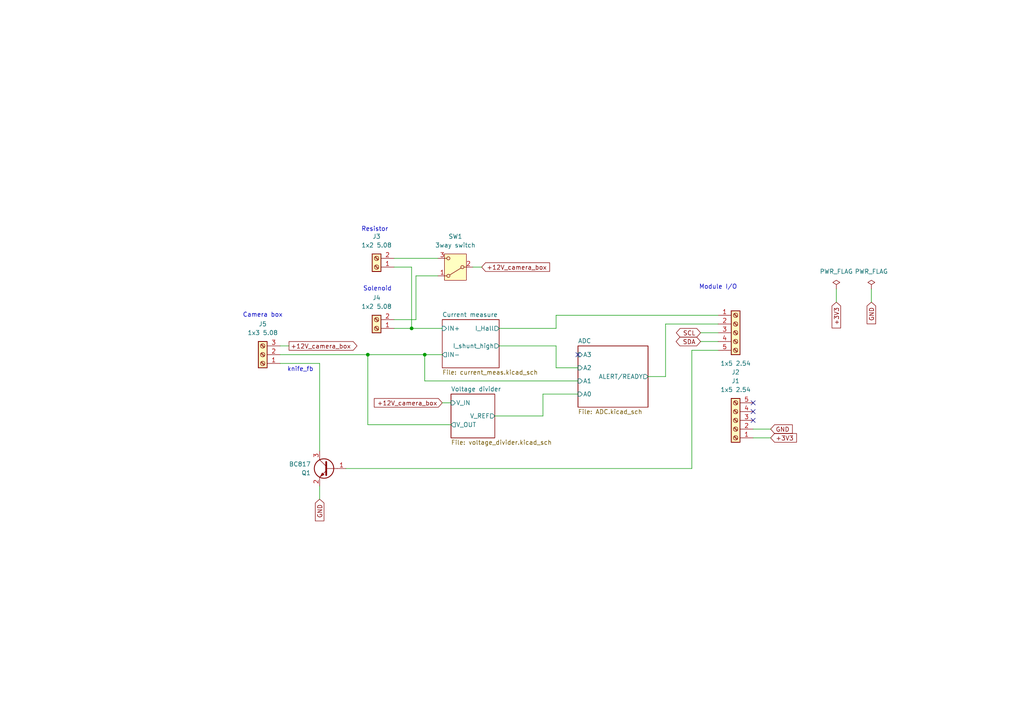
<source format=kicad_sch>
(kicad_sch (version 20250114) (generator "eeschema") (generator_version "9.0")
  (paper "A4")
  (lib_symbols
    (symbol "Connector:Screw_Terminal_01x02" (pin_names (offset 1.016) (hide yes))
      (property "Reference" "J" (at 0 2.54 0))
      (property "Value" "Screw_Terminal_01x02" (at 0 -5.08 0))
      (symbol "Screw_Terminal_01x02_1_1"
        (rectangle (start -1.27 1.27) (end 1.27 -3.81) (stroke (width 0.254)) (fill (type background)))
        (polyline (pts (xy -0.5334 0.3302) (xy 0.3302 -0.508)) (stroke (width 0.1524)))
        (polyline (pts (xy -0.5334 -2.2098) (xy 0.3302 -3.048)) (stroke (width 0.1524)))
        (polyline (pts (xy -0.3556 0.508) (xy 0.508 -0.3302)) (stroke (width 0.1524)))
        (polyline (pts (xy -0.3556 -2.032) (xy 0.508 -2.8702)) (stroke (width 0.1524)))
        (circle (center 0 0) (radius 0.635) (stroke (width 0.1524)))
        (circle (center 0 -2.54) (radius 0.635) (stroke (width 0.1524)))
        (pin passive line (at -5.08 0 0) (length 3.81) (name "Pin_1") (number "1"))
        (pin passive line (at -5.08 -2.54 0) (length 3.81) (name "Pin_2") (number "2"))
      )
    )
    (symbol "Connector:Screw_Terminal_01x03" (pin_names (offset 1.016) (hide yes))
      (property "Reference" "J" (at 0 5.08 0))
      (property "Value" "Screw_Terminal_01x03" (at 0 -5.08 0))
      (symbol "Screw_Terminal_01x03_1_1"
        (rectangle (start -1.27 3.81) (end 1.27 -3.81) (stroke (width 0.254)) (fill (type background)))
        (polyline (pts (xy -0.5334 2.8702) (xy 0.3302 2.032)) (stroke (width 0.1524)))
        (polyline (pts (xy -0.5334 0.3302) (xy 0.3302 -0.508)) (stroke (width 0.1524)))
        (polyline (pts (xy -0.5334 -2.2098) (xy 0.3302 -3.048)) (stroke (width 0.1524)))
        (polyline (pts (xy -0.3556 3.048) (xy 0.508 2.2098)) (stroke (width 0.1524)))
        (polyline (pts (xy -0.3556 0.508) (xy 0.508 -0.3302)) (stroke (width 0.1524)))
        (polyline (pts (xy -0.3556 -2.032) (xy 0.508 -2.8702)) (stroke (width 0.1524)))
        (circle (center 0 2.54) (radius 0.635) (stroke (width 0.1524)))
        (circle (center 0 0) (radius 0.635) (stroke (width 0.1524)))
        (circle (center 0 -2.54) (radius 0.635) (stroke (width 0.1524)))
        (pin passive line (at -5.08 2.54 0) (length 3.81) (name "Pin_1") (number "1"))
        (pin passive line (at -5.08 0 0) (length 3.81) (name "Pin_2") (number "2"))
        (pin passive line (at -5.08 -2.54 0) (length 3.81) (name "Pin_3") (number "3"))
      )
    )
    (symbol "Connector:Screw_Terminal_01x05" (pin_names (offset 1.016) (hide yes))
      (property "Reference" "J" (at 0 7.62 0))
      (property "Value" "Screw_Terminal_01x05" (at 0 -7.62 0))
      (symbol "Screw_Terminal_01x05_1_1"
        (rectangle (start -1.27 6.35) (end 1.27 -6.35) (stroke (width 0.254)) (fill (type background)))
        (polyline (pts (xy -0.5334 5.4102) (xy 0.3302 4.572)) (stroke (width 0.1524)))
        (polyline (pts (xy -0.5334 2.8702) (xy 0.3302 2.032)) (stroke (width 0.1524)))
        (polyline (pts (xy -0.5334 0.3302) (xy 0.3302 -0.508)) (stroke (width 0.1524)))
        (polyline (pts (xy -0.5334 -2.2098) (xy 0.3302 -3.048)) (stroke (width 0.1524)))
        (polyline (pts (xy -0.5334 -4.7498) (xy 0.3302 -5.588)) (stroke (width 0.1524)))
        (polyline (pts (xy -0.3556 5.588) (xy 0.508 4.7498)) (stroke (width 0.1524)))
        (polyline (pts (xy -0.3556 3.048) (xy 0.508 2.2098)) (stroke (width 0.1524)))
        (polyline (pts (xy -0.3556 0.508) (xy 0.508 -0.3302)) (stroke (width 0.1524)))
        (polyline (pts (xy -0.3556 -2.032) (xy 0.508 -2.8702)) (stroke (width 0.1524)))
        (polyline (pts (xy -0.3556 -4.572) (xy 0.508 -5.4102)) (stroke (width 0.1524)))
        (circle (center 0 5.08) (radius 0.635) (stroke (width 0.1524)))
        (circle (center 0 2.54) (radius 0.635) (stroke (width 0.1524)))
        (circle (center 0 0) (radius 0.635) (stroke (width 0.1524)))
        (circle (center 0 -2.54) (radius 0.635) (stroke (width 0.1524)))
        (circle (center 0 -5.08) (radius 0.635) (stroke (width 0.1524)))
        (pin passive line (at -5.08 5.08 0) (length 3.81) (name "Pin_1") (number "1"))
        (pin passive line (at -5.08 2.54 0) (length 3.81) (name "Pin_2") (number "2"))
        (pin passive line (at -5.08 0 0) (length 3.81) (name "Pin_3") (number "3"))
        (pin passive line (at -5.08 -2.54 0) (length 3.81) (name "Pin_4") (number "4"))
        (pin passive line (at -5.08 -5.08 0) (length 3.81) (name "Pin_5") (number "5"))
      )
    )
    (symbol "Switch:SW_SPDT" (pin_names (offset 0) (hide yes))
      (property "Reference" "SW" (at 0 5.08 0))
      (property "Value" "SW_SPDT" (at 0 -5.08 0))
      (symbol "SW_SPDT_0_1"
        (circle (center -2.032 0) (radius 0.4572))
        (polyline (pts (xy -1.651 0.254) (xy 1.651 2.286)))
        (circle (center 2.032 2.54) (radius 0.4572))
        (circle (center 2.032 -2.54) (radius 0.4572))
      )
      (symbol "SW_SPDT_1_1"
        (rectangle (start -3.175 3.81) (end 3.175 -3.81) (fill (type background)))
        (pin passive line (at -5.08 0 0) (length 2.54) (name "B") (number "2"))
        (pin passive line (at 5.08 2.54 180) (length 2.54) (name "A") (number "1"))
        (pin passive line (at 5.08 -2.54 180) (length 2.54) (name "C") (number "3"))
      )
    )
    (symbol "Transistor_BJT:BC817" (pin_names (offset 0) (hide yes))
      (property "Reference" "Q" (at 5.08 1.905 0))
      (property "Value" "BC817" (at 5.08 0 0))
      (symbol "BC817_0_1"
        (polyline (pts (xy -2.54 0) (xy 0.635 0)))
        (polyline (pts (xy 0.635 1.905) (xy 0.635 -1.905)) (stroke (width 0.508)))
        (circle (center 1.27 0) (radius 2.8194) (stroke (width 0.254)))
      )
      (symbol "BC817_1_1"
        (polyline (pts (xy 0.635 0.635) (xy 2.54 2.54)))
        (polyline (pts (xy 0.635 -0.635) (xy 2.54 -2.54)))
        (polyline (pts (xy 1.27 -1.778) (xy 1.778 -1.27) (xy 2.286 -2.286) (xy 1.27 -1.778)) (fill (type outline)))
        (pin input line (at -5.08 0 0) (length 2.54) (name "B") (number "1"))
        (pin passive line (at 2.54 5.08 270) (length 2.54) (name "C") (number "3"))
        (pin passive line (at 2.54 -5.08 90) (length 2.54) (name "E") (number "2"))
      )
    )
    (symbol "power:PWR_FLAG" (power) (pin_numbers (hide yes)) (pin_names (offset 0) (hide yes))
      (property "Value" "PWR_FLAG" (at 0 3.81 0))
      (symbol "PWR_FLAG_0_0"
        (pin power_out line (at 0 0 90) (length 0) (name "~") (number "1"))
      )
      (symbol "PWR_FLAG_0_1"
        (polyline (pts (xy 0 0) (xy 0 1.27) (xy -1.016 1.905) (xy 0 2.54) (xy 1.016 1.905) (xy 0 1.27)))
      )
    )
  )
  (text "Solenoid" (at 109.474 83.82 0) (effects (font (size 1.27 1.27))))
  (text "knife_fb" (at 87.122 107.188 0) (effects (font (size 1.27 1.27))))
  (text "Module I/O" (at 208.28 83.312 0) (effects (font (size 1.27 1.27))))
  (text "Resistor" (at 108.712 66.548 0) (effects (font (size 1.27 1.27))))
  (text "Camera box" (at 76.2 91.44 0) (effects (font (size 1.27 1.27))))
  (junction (at 123.19 102.87))
  (junction (at 106.68 102.87))
  (junction (at 119.38 95.25))
  (no_connect (at 218.44 116.84))
  (no_connect (at 218.44 121.92))
  (no_connect (at 167.64 102.87))
  (no_connect (at 218.44 119.38))
  (wire (pts (xy 123.19 110.49) (xy 167.64 110.49)))
  (wire (pts (xy 137.16 77.47) (xy 139.7 77.47)))
  (wire (pts (xy 81.28 102.87) (xy 106.68 102.87)))
  (wire (pts (xy 193.04 93.98) (xy 193.04 109.22)))
  (wire (pts (xy 130.81 123.19) (xy 106.68 123.19)))
  (wire (pts (xy 161.29 100.33) (xy 161.29 106.68)))
  (wire (pts (xy 167.64 114.3) (xy 157.48 114.3)))
  (wire (pts (xy 200.66 135.89) (xy 200.66 101.6)))
  (wire (pts (xy 218.44 127) (xy 223.52 127)))
  (wire (pts (xy 157.48 120.65) (xy 143.51 120.65)))
  (wire (pts (xy 157.48 114.3) (xy 157.48 120.65)))
  (wire (pts (xy 100.33 135.89) (xy 200.66 135.89)))
  (wire (pts (xy 114.3 95.25) (xy 119.38 95.25)))
  (wire (pts (xy 114.3 77.47) (xy 119.38 77.47)))
  (wire (pts (xy 92.71 140.97) (xy 92.71 144.78)))
  (wire (pts (xy 128.27 116.84) (xy 130.81 116.84)))
  (wire (pts (xy 120.65 92.71) (xy 114.3 92.71)))
  (wire (pts (xy 252.73 83.82) (xy 252.73 87.63)))
  (wire (pts (xy 144.78 100.33) (xy 161.29 100.33)))
  (wire (pts (xy 200.66 101.6) (xy 208.28 101.6)))
  (wire (pts (xy 208.28 99.06) (xy 203.2 99.06)))
  (wire (pts (xy 92.71 130.81) (xy 92.71 105.41)))
  (wire (pts (xy 208.28 96.52) (xy 203.2 96.52)))
  (wire (pts (xy 81.28 100.33) (xy 83.82 100.33)))
  (wire (pts (xy 167.64 106.68) (xy 161.29 106.68)))
  (wire (pts (xy 106.68 102.87) (xy 123.19 102.87)))
  (wire (pts (xy 144.78 95.25) (xy 161.29 95.25)))
  (wire (pts (xy 106.68 102.87) (xy 106.68 123.19)))
  (wire (pts (xy 193.04 93.98) (xy 208.28 93.98)))
  (wire (pts (xy 242.57 83.82) (xy 242.57 87.63)))
  (wire (pts (xy 193.04 109.22) (xy 187.96 109.22)))
  (wire (pts (xy 218.44 124.46) (xy 223.52 124.46)))
  (wire (pts (xy 123.19 102.87) (xy 128.27 102.87)))
  (wire (pts (xy 92.71 105.41) (xy 81.28 105.41)))
  (wire (pts (xy 161.29 91.44) (xy 161.29 95.25)))
  (wire (pts (xy 119.38 95.25) (xy 128.27 95.25)))
  (wire (pts (xy 123.19 110.49) (xy 123.19 102.87)))
  (wire (pts (xy 120.65 80.01) (xy 120.65 92.71)))
  (wire (pts (xy 127 80.01) (xy 120.65 80.01)))
  (wire (pts (xy 208.28 91.44) (xy 161.29 91.44)))
  (wire (pts (xy 114.3 74.93) (xy 127 74.93)))
  (wire (pts (xy 119.38 77.47) (xy 119.38 95.25)))
  (global_label "GND" (shape input) (at 92.71 144.78 270) (property "Intersheetrefs" "${INTERSHEET_REFS}" (effects (hide yes))))
  (global_label "+12V_camera_box" (shape output) (at 83.82 100.33 0) (property "Intersheetrefs" "${INTERSHEET_REFS}" (effects (hide yes))))
  (global_label "+3V3" (shape input) (at 242.57 87.63 270) (property "Intersheetrefs" "${INTERSHEET_REFS}" (effects (hide yes))))
  (global_label "+12V_camera_box" (shape input) (at 128.27 116.84 180) (property "Intersheetrefs" "${INTERSHEET_REFS}" (effects (hide yes))))
  (global_label "GND" (shape input) (at 252.73 87.63 270) (property "Intersheetrefs" "${INTERSHEET_REFS}" (effects (hide yes))))
  (global_label "GND" (shape input) (at 223.52 124.46 0) (property "Intersheetrefs" "${INTERSHEET_REFS}" (effects (hide yes))))
  (global_label "+3V3" (shape input) (at 223.52 127 0) (property "Intersheetrefs" "${INTERSHEET_REFS}" (effects (hide yes))))
  (global_label "SDA" (shape bidirectional) (at 203.2 99.06 180) (property "Intersheetrefs" "${INTERSHEET_REFS}" (effects (hide yes))))
  (global_label "+12V_camera_box" (shape input) (at 139.7 77.47 0) (property "Intersheetrefs" "${INTERSHEET_REFS}" (effects (hide yes))))
  (global_label "SCL" (shape bidirectional) (at 203.2 96.52 180) (property "Intersheetrefs" "${INTERSHEET_REFS}" (effects (hide yes))))
  (symbol (lib_id "power:PWR_FLAG") (at 252.73 83.82 0) (unit 1)
    (property "Reference" "#FLG02" (effects (hide yes)))
    (property "Value" "PWR_FLAG" (at 252.73 78.74 0))
    (property "Description" "Special symbol for telling ERC where power comes from" (effects (hide yes)))
  )
  (symbol (lib_id "Switch:SW_SPDT") (at 132.08 77.47 180) (unit 1)
    (property "Reference" "SW1" (at 132.08 68.58 0))
    (property "Value" "3way switch" (at 132.08 71.12 0))
    (property "Footprint" "Button_Switch_THT:SW_Slide-03_Wuerth-WS-SLTV_10x2.5x6.4_P2.54mm" (effects (hide yes)))
    (property "Description" "Switch, single pole double throw" (effects (hide yes)))
    (property "Manufacturer Part Number" "200AWMSP3T2A1M2QE " (effects (hide yes)))
    (property "Mouser Part Number" "612-200AWMSP3T2A1M2Q " (effects (hide yes)))
  )
  (symbol (lib_id "Connector:Screw_Terminal_01x05") (at 213.36 96.52 0) (unit 1)
    (property "Reference" "J2" (at 213.36 107.95 0))
    (property "Value" "1x5 2.54" (at 213.36 105.41 0))
    (property "Footprint" "Connector_PinHeader_2.54mm:PinHeader_1x05_P2.54mm_Vertical" (effects (hide yes)))
    (property "Description" "Generic screw terminal, single row, 01x05, script generated (kicad-library-utils/schlib/autogen/connector/)" (effects (hide yes)))
    (property "Manufacturer Part Number" "68000-420HLF" (effects (hide yes)))
    (property "Mouser Part Number" "649-68000-420HLF" (effects (hide yes)))
  )
  (symbol (lib_id "Connector:Screw_Terminal_01x03") (at 76.2 102.87 180) (unit 1)
    (property "Reference" "J5" (at 76.2 93.98 0))
    (property "Value" "1x3 5.08" (at 76.2 96.52 0))
    (property "Footprint" "TerminalBlock_MetzConnect:TerminalBlock_MetzConnect_Type101_RT01603HBWC_1x03_P5.08mm_Horizontal" (effects (hide yes)))
    (property "Description" "Generic screw terminal, single row, 01x03, script generated (kicad-library-utils/schlib/autogen/connector/)" (effects (hide yes)))
    (property "Manufacturer Part Number" "TB0012-508-03GR" (effects (hide yes)))
    (property "Mouser Part Number" " 179-TB0012-508-03GR" (effects (hide yes)))
  )
  (symbol (lib_id "Transistor_BJT:BC817") (at 95.25 135.89 0) (mirror y) (unit 1)
    (property "Reference" "Q1" (at 90.17 137.1601 0) (effects (justify left)))
    (property "Value" "BC817" (at 90.17 134.6201 0) (effects (justify left)))
    (property "Footprint" "Package_TO_SOT_SMD:SOT-23" (effects (hide yes)))
    (property "Datasheet" "https://www.onsemi.com/pub/Collateral/BC818-D.pdf" (effects (hide yes)))
    (property "Description" "0.8A Ic, 45V Vce, NPN Transistor, SOT-23" (effects (hide yes)))
    (property "Manufacturer Part Number" "BC817 " (effects (hide yes)))
    (property "Mouser Part Number" "583-BC817 " (effects (hide yes)))
  )
  (symbol (lib_id "Connector:Screw_Terminal_01x02") (at 109.22 77.47 180) (unit 1)
    (property "Reference" "J3" (at 109.22 68.58 0))
    (property "Value" "1x2 5.08" (at 109.22 71.12 0))
    (property "Footprint" "TerminalBlock_MetzConnect:TerminalBlock_MetzConnect_Type101_RT01602HBWC_1x02_P5.08mm_Horizontal" (effects (hide yes)))
    (property "Description" "Generic screw terminal, single row, 01x02, script generated (kicad-library-utils/schlib/autogen/connector/)" (effects (hide yes)))
    (property "Manufacturer Part Number" "TB0012-508-02GR" (effects (hide yes)))
    (property "Mouser Part Number" "179-TB0012-508-02GR" (effects (hide yes)))
  )
  (symbol (lib_id "power:PWR_FLAG") (at 242.57 83.82 0) (unit 1)
    (property "Reference" "#FLG01" (effects (hide yes)))
    (property "Value" "PWR_FLAG" (at 242.57 78.74 0))
    (property "Description" "Special symbol for telling ERC where power comes from" (effects (hide yes)))
  )
  (symbol (lib_id "Connector:Screw_Terminal_01x02") (at 109.22 95.25 180) (unit 1)
    (property "Reference" "J4" (at 109.22 86.36 0))
    (property "Value" "1x2 5.08" (at 109.22 88.9 0))
    (property "Footprint" "TerminalBlock_MetzConnect:TerminalBlock_MetzConnect_Type101_RT01602HBWC_1x02_P5.08mm_Horizontal" (effects (hide yes)))
    (property "Description" "Generic screw terminal, single row, 01x02, script generated (kicad-library-utils/schlib/autogen/connector/)" (effects (hide yes)))
    (property "Manufacturer Part Number" "TB0012-508-02GR" (effects (hide yes)))
    (property "Mouser Part Number" "179-TB0012-508-02GR" (effects (hide yes)))
  )
  (symbol (lib_id "Connector:Screw_Terminal_01x05") (at 213.36 121.92 180) (unit 1)
    (property "Reference" "J1" (at 213.36 110.49 0))
    (property "Value" "1x5 2.54" (at 213.36 113.03 0))
    (property "Footprint" "Connector_PinHeader_2.54mm:PinHeader_1x05_P2.54mm_Vertical" (effects (hide yes)))
    (property "Description" "Generic screw terminal, single row, 01x05, script generated (kicad-library-utils/schlib/autogen/connector/)" (effects (hide yes)))
    (property "Manufacturer Part Number" "68000-420HLF" (effects (hide yes)))
    (property "Mouser Part Number" "649-68000-420HLF" (effects (hide yes)))
  )
  (sheet (at 167.64 100.33) (size 20.32 17.78) (stroke (width 0.1524))
    (property "Sheetname" "ADC" (at 167.64 99.6184 0) (effects (justify left bottom)))
    (property "Sheetfile" "ADC.kicad_sch" (at 167.64 118.6946 0) (effects (justify left top)))
    (pin "A0" input (at 167.64 114.3 180))
    (pin "A1" input (at 167.64 110.49 180))
    (pin "A2" input (at 167.64 106.68 180))
    (pin "A3" input (at 167.64 102.87 180))
    (pin "ALERT{slash}READY" output (at 187.96 109.22 0))
  )
  (sheet (at 130.81 114.3) (size 12.7 12.7) (stroke (width 0.1524))
    (property "Sheetname" "Voltage divider" (at 130.81 113.5884 0) (effects (justify left bottom)))
    (property "Sheetfile" "voltage_divider.kicad_sch" (at 130.81 127.5846 0) (effects (justify left top)))
    (pin "V_IN" input (at 130.81 116.84 180))
    (pin "V_OUT" output (at 130.81 123.19 180))
    (pin "V_REF" output (at 143.51 120.65 0))
  )
  (sheet (at 128.27 92.71) (size 16.51 13.97) (stroke (width 0.1524))
    (property "Sheetname" "Current measure" (at 128.27 91.9984 0) (effects (justify left bottom)))
    (property "Sheetfile" "current_meas.kicad_sch" (at 128.27 107.2646 0) (effects (justify left top)))
    (pin "IN+" input (at 128.27 95.25 180))
    (pin "IN-" output (at 128.27 102.87 180))
    (pin "I_Hall" output (at 144.78 95.25 0))
    (pin "I_shunt_high" output (at 144.78 100.33 0))
  )
)
</source>
